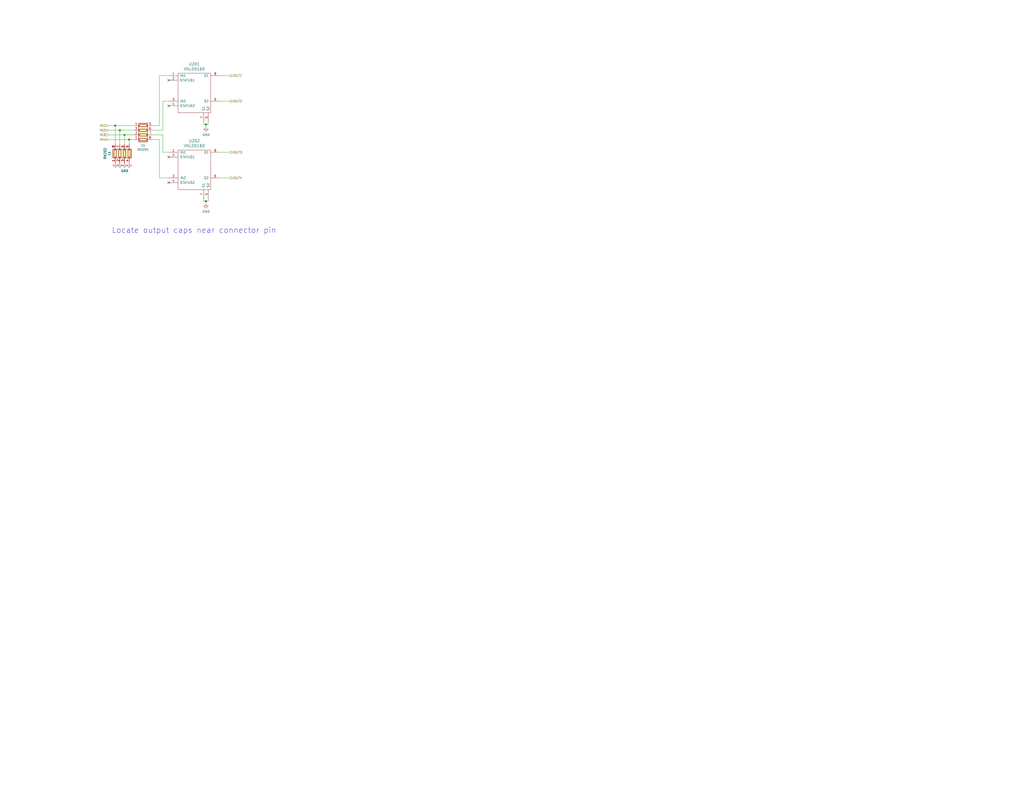
<source format=kicad_sch>
(kicad_sch (version 20211123) (generator eeschema)
  (paper "C")
  (title_block (title "1999 Dodge Dakota Based on rusEFI/proteus") (date "2023-08-12") (rev "V0.1") (company "rusEFI"))
  (lib_symbols
    (symbol "Device:R_Pack04" (pin_names (offset 0) hide)
      (property "Reference" "RN" (at -7.62 0 90))
      (property "Value" "R_Pack04" (at 5.08 0 90))
      (symbol "R_Pack04_0_1"
        (rectangle (start -6.35 -2.413) (end 3.81 2.413) (stroke (width 0.254)) (fill (type background)))
        (rectangle (start -5.715 1.905) (end -4.445 -1.905) (stroke (width 0.254)))
        (rectangle (start -3.175 1.905) (end -1.905 -1.905) (stroke (width 0.254)))
        (rectangle (start -0.635 1.905) (end 0.635 -1.905) (stroke (width 0.254)))
        (polyline (pts (xy -5.08 -2.54) (xy -5.08 -1.905)))
        (polyline (pts (xy -5.08 1.905) (xy -5.08 2.54)))
        (polyline (pts (xy -2.54 -2.54) (xy -2.54 -1.905)))
        (polyline (pts (xy -2.54 1.905) (xy -2.54 2.54)))
        (polyline (pts (xy 0 -2.54) (xy 0 -1.905)))
        (polyline (pts (xy 0 1.905) (xy 0 2.54)))
        (polyline (pts (xy 2.54 -2.54) (xy 2.54 -1.905)))
        (polyline (pts (xy 2.54 1.905) (xy 2.54 2.54)))
        (rectangle (start 1.905 1.905) (end 3.175 -1.905) (stroke (width 0.254)))
      )
      (symbol "R_Pack04_1_1"
        (pin passive line (at -5.08 -5.08 90) (length 2.54) (name "R1.1") (number "1"))
        (pin passive line (at -2.54 -5.08 90) (length 2.54) (name "R2.1") (number "2"))
        (pin passive line (at 0 -5.08 90) (length 2.54) (name "R3.1") (number "3"))
        (pin passive line (at 2.54 -5.08 90) (length 2.54) (name "R4.1") (number "4"))
        (pin passive line (at 2.54 5.08 270) (length 2.54) (name "R4.2") (number "5"))
        (pin passive line (at 0 5.08 270) (length 2.54) (name "R3.2") (number "6"))
        (pin passive line (at -2.54 5.08 270) (length 2.54) (name "R2.2") (number "7"))
        (pin passive line (at -5.08 5.08 270) (length 2.54) (name "R1.2") (number "8"))
      )
    )
    (symbol "power:GND" (power) (pin_names (offset 0))
      (property "Value" "GND" (at 0 -3.81 0))
      (symbol "GND_0_1"
        (polyline (pts (xy 0 0) (xy 0 -1.27) (xy 1.27 -1.27) (xy 0 -2.54) (xy -1.27 -1.27) (xy 0 -1.27)))
      )
      (symbol "GND_1_1"
        (pin power_in line (at 0 0 270) (length 0) hide (name "GND") (number "1"))
      )
    )
    (symbol "vnld5090:VNLD5090" (pin_names (offset 1.016))
      (property "Reference" "U" (at -6.35 12.7 0))
      (property "Value" "VNLD5090" (at -2.54 -11.43 0))
      (symbol "VNLD5090_0_1"
        (rectangle (start -8.89 11.43) (end 8.89 -10.16))
      )
      (symbol "VNLD5090_1_1"
        (pin input line (at -13.97 10.16 0) (length 5.08) (name "IN1") (number "1"))
        (pin open_collector line (at -13.97 7.62 0) (length 5.08) (name "STATUS1") (number "2"))
        (pin input line (at -13.97 -3.81 0) (length 5.08) (name "IN2") (number "3"))
        (pin open_collector line (at -13.97 -6.35 0) (length 5.08) (name "STATUS2") (number "4"))
        (pin power_in line (at 7.62 -15.24 90) (length 5.08) (name "S2") (number "5"))
        (pin power_out line (at 13.97 -3.81 180) (length 5.08) (name "D2") (number "6"))
        (pin power_in line (at 5.08 -15.24 90) (length 5.08) (name "S1") (number "7"))
        (pin power_out line (at 13.97 10.16 180) (length 5.08) (name "D1") (number "8"))
      )
    )
  )
  (junction (at 70.485 76.2))
  (junction (at 62.865 68.58))
  (junction (at 67.945 73.66))
  (junction (at 112.395 67.945))
  (junction (at 112.395 109.855))
  (junction (at 65.405 71.12))
  (no_connect (at 92.075 43.815))
  (no_connect (at 92.075 57.785))
  (no_connect (at 92.075 99.695))
  (no_connect (at 92.075 85.725))
  (wire (pts (xy 112.395 111.125) (xy 112.395 109.855)))
  (wire (pts (xy 88.9 71.12) (xy 88.9 55.245)))
  (wire (pts (xy 83.185 71.12) (xy 88.9 71.12)))
  (wire (pts (xy 113.665 109.855) (xy 113.665 108.585)))
  (wire (pts (xy 62.865 68.58) (xy 62.865 78.74)))
  (wire (pts (xy 73.025 68.58) (xy 62.865 68.58)))
  (wire (pts (xy 67.945 73.66) (xy 67.945 78.74)))
  (wire (pts (xy 112.395 67.945) (xy 111.125 67.945)))
  (wire (pts (xy 83.185 68.58) (xy 86.995 68.58)))
  (wire (pts (xy 120.015 55.245) (xy 125.73 55.245)))
  (wire (pts (xy 113.665 67.945) (xy 113.665 66.675)))
  (wire (pts (xy 120.015 41.275) (xy 125.73 41.275)))
  (wire (pts (xy 111.125 67.945) (xy 111.125 66.675)))
  (wire (pts (xy 86.995 41.275) (xy 86.995 68.58)))
  (wire (pts (xy 92.075 41.275) (xy 86.995 41.275)))
  (wire (pts (xy 83.185 73.66) (xy 88.9 73.66)))
  (wire (pts (xy 59.055 76.2) (xy 70.485 76.2)))
  (wire (pts (xy 112.395 109.855) (xy 111.125 109.855)))
  (wire (pts (xy 65.405 78.74) (xy 65.405 71.12)))
  (wire (pts (xy 112.395 67.945) (xy 113.665 67.945)))
  (wire (pts (xy 70.485 78.74) (xy 70.485 76.2)))
  (wire (pts (xy 59.055 71.12) (xy 65.405 71.12)))
  (wire (pts (xy 86.995 76.2) (xy 86.995 97.155)))
  (wire (pts (xy 88.9 55.245) (xy 92.075 55.245)))
  (wire (pts (xy 112.395 109.855) (xy 113.665 109.855)))
  (wire (pts (xy 112.395 69.215) (xy 112.395 67.945)))
  (wire (pts (xy 86.995 97.155) (xy 92.075 97.155)))
  (wire (pts (xy 73.025 73.66) (xy 67.945 73.66)))
  (wire (pts (xy 59.055 68.58) (xy 62.865 68.58)))
  (wire (pts (xy 120.015 83.185) (xy 125.73 83.185)))
  (wire (pts (xy 59.055 73.66) (xy 67.945 73.66)))
  (wire (pts (xy 88.9 73.66) (xy 88.9 83.185)))
  (wire (pts (xy 65.405 71.12) (xy 73.025 71.12)))
  (wire (pts (xy 70.485 76.2) (xy 73.025 76.2)))
  (wire (pts (xy 120.015 97.155) (xy 125.73 97.155)))
  (wire (pts (xy 111.125 109.855) (xy 111.125 108.585)))
  (wire (pts (xy 83.185 76.2) (xy 86.995 76.2)))
  (wire (pts (xy 88.9 83.185) (xy 92.075 83.185)))
  (text "Locate output caps near connector pin" (at 60.96 127.635 0) (effects (font (size 2.9972 2.9972)) (justify left bottom)))
  (hierarchical_label "OUT2" (shape output) (at 125.73 55.245 0))
  (hierarchical_label "IN3" (shape input) (at 59.055 73.66 180))
  (hierarchical_label "IN1" (shape input) (at 59.055 68.58 180))
  (hierarchical_label "OUT4" (shape output) (at 125.73 97.155 0))
  (hierarchical_label "OUT1" (shape output) (at 125.73 41.275 0))
  (hierarchical_label "IN2" (shape input) (at 59.055 71.12 180))
  (hierarchical_label "OUT3" (shape output) (at 125.73 83.185 0))
  (hierarchical_label "IN4" (shape input) (at 59.055 76.2 180))
  (symbol (lib_id "vnld5090:VNLD5090") (at 106.045 51.435 0) (unit 1)
    (property "Reference" "U201" (at 106.045 35.0012 0) (effects (font (size 1.524 1.524))))
    (property "Value" "VNLD5160" (at 106.045 37.6936 0) (effects (font (size 1.524 1.524))))
    (property "Footprint" "Package_SO:SOIC-8_3.9x4.9mm_P1.27mm" (effects hide))
    (property "PN" "VNLD5160TR-E" (effects hide))
    (property "LCSC" "N/A" (effects hide))
  )
  (symbol (lib_id "vnld5090:VNLD5090") (at 106.045 93.345 0) (unit 1)
    (property "Reference" "U202" (at 106.045 76.9112 0) (effects (font (size 1.524 1.524))))
    (property "Value" "VNLD5160" (at 106.045 79.6036 0) (effects (font (size 1.524 1.524))))
    (property "Footprint" "Package_SO:SOIC-8_3.9x4.9mm_P1.27mm" (effects hide))
    (property "PN" "VNLD5160TR-E" (effects hide))
    (property "LCSC" "N/A" (effects hide))
  )
  (symbol (lib_id "Device:R_Pack04") (at 78.105 71.12 270) (mirror x) (unit 1)
    (property "Reference" "RN201" (at 78.105 81.7118 90))
    (property "Value" "1k" (at 78.105 79.4004 90))
    (property "Footprint" "Resistor_SMD:R_Array_Convex_4x0603" (effects hide))
    (property "LCSC" "C20197" (effects hide))
    (property "LCSC_ext" "0" (effects hide))
  )
  (symbol (lib_id "Device:R_Pack04") (at 67.945 83.82 0) (unit 1)
    (property "Reference" "RN202" (at 57.3532 83.82 90))
    (property "Value" "1k" (at 59.6646 83.82 90))
    (property "Footprint" "Resistor_SMD:R_Array_Convex_4x0603" (effects hide))
    (property "LCSC" "C20197" (effects hide))
    (property "LCSC_ext" "0" (effects hide))
  )
  (symbol (lib_id "power:GND") (at 62.865 88.9 0) (unit 1)
    (property "Reference" "#PWR0124" (effects hide))
    (property "Value" "GND" (effects hide))
  )
  (symbol (lib_id "power:GND") (at 65.405 88.9 0) (unit 1)
    (property "Reference" "#PWR0125" (effects hide))
    (property "Value" "GND" (effects hide))
  )
  (symbol (lib_id "power:GND") (at 67.945 88.9 0) (unit 1)
    (property "Reference" "#PWR0126" (effects hide))
    (property "Value" "GND" (at 68.072 93.2942 0))
  )
  (symbol (lib_id "power:GND") (at 70.485 88.9 0) (unit 1)
    (property "Reference" "#PWR0127" (effects hide))
    (property "Value" "GND" (effects hide))
  )
  (symbol (lib_id "power:GND") (at 112.395 69.215 0) (unit 1)
    (property "Reference" "#PWR0143" (effects hide))
    (property "Value" "GND" (at 112.522 73.6092 0))
  )
  (symbol (lib_id "power:GND") (at 112.395 111.125 0) (unit 1)
    (property "Reference" "#PWR0148" (effects hide))
    (property "Value" "GND" (at 112.522 115.5192 0))
  )
)
</source>
